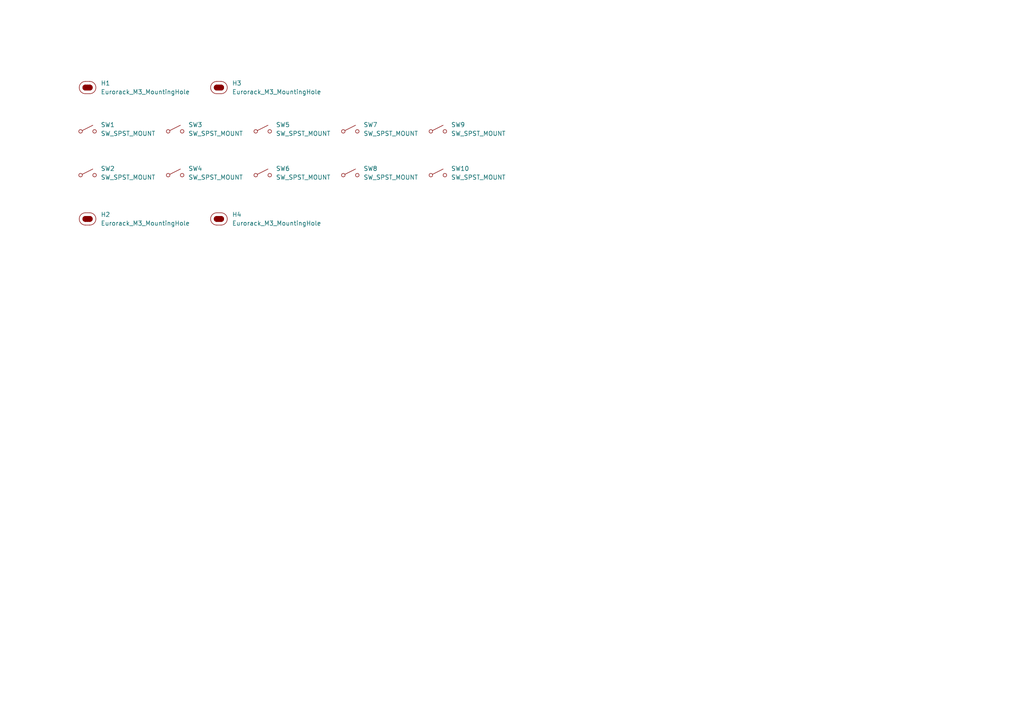
<source format=kicad_sch>
(kicad_sch (version 20250114) (generator "eeschema") (generator_version "9.0")
  (paper "A4")
  (lib_symbols
    (symbol "EXC:Eurorack_M3_MountingHole" (pin_names (offset 1.016))
      (property "Reference" "H" (at 0 5.08 0))
      (property "Value" "Eurorack_M3_MountingHole" (at 0 3.175 0))
      (symbol "Eurorack_M3_MountingHole_0_1"
        (polyline (pts (xy -0.635 0.762) (xy 0.635 0.762)))
        (circle (center -0.635 0) (radius 0.762) (fill (type outline)))
        (arc (start -0.635 -0.762) (mid -1.397 0) (end -0.635 0.762))
        (arc (start -0.635 -1.778) (mid -2.413 0) (end -0.635 1.778))
        (polyline (pts (xy -0.635 -0.762) (xy 0.635 -0.762)))
        (polyline (pts (xy -0.635 -1.778) (xy 0.635 -1.778)))
        (circle (center 0 0) (radius 0.762) (fill (type outline)))
        (polyline (pts (xy 0.635 1.778) (xy -0.635 1.778)))
        (arc (start 0.6141 1.778) (mid 2.4131 0) (end 0.6141 -1.778))
        (arc (start 0.6227 0.762) (mid 1.3971 0) (end 0.6227 -0.762))
        (circle (center 0.635 0) (radius 0.762) (fill (type outline)))
      )
    )
    (symbol "EXC:SW_SPST-Cherry_Panel_Mount" (pin_names (offset 0) (hide yes))
      (property "Reference" "SW" (at 0 3.175 0))
      (property "Value" "SW_SPST_MOUNT" (at 0 -2.032 0))
      (symbol "SW_SPST-Cherry_Panel_Mount_0_0"
        (circle (center -2.032 0) (radius 0.508))
        (polyline (pts (xy -1.524 0.254) (xy 1.524 1.778)))
        (circle (center 2.032 0) (radius 0.508))
      )
    )
  )
  (symbol (lib_id "EXC:SW_SPST-Cherry_Panel_Mount") (at 25.4 50.8 0) (unit 1)
    (property "Reference" "SW2" (at 29.21 48.8949 0) (effects (justify left)))
    (property "Value" "SW_SPST_MOUNT" (at 29.21 51.4349 0) (effects (justify left)))
    (property "Footprint" "EXC:SW_Cherry_MX_1.00u_Mount" (effects (hide yes)))
    (property "Datasheet" "https://hirosarts.com/blog/keycap-dimensions-guide-for-beginners/" (effects (hide yes)))
    (property "Description" "Single Pole Single Throw (SPST) panel-mount switch" (effects (hide yes)))
    (property "Source" "https://www.adafruit.com/product/4954" (effects (hide yes)))
  )
  (symbol (lib_id "EXC:SW_SPST-Cherry_Panel_Mount") (at 101.6 50.8 0) (unit 1)
    (property "Reference" "SW8" (at 105.41 48.8949 0) (effects (justify left)))
    (property "Value" "SW_SPST_MOUNT" (at 105.41 51.4349 0) (effects (justify left)))
    (property "Footprint" "EXC:SW_Cherry_MX_1.00u_Mount" (effects (hide yes)))
    (property "Datasheet" "https://hirosarts.com/blog/keycap-dimensions-guide-for-beginners/" (effects (hide yes)))
    (property "Description" "Single Pole Single Throw (SPST) panel-mount switch" (effects (hide yes)))
    (property "Source" "https://www.adafruit.com/product/4954" (effects (hide yes)))
  )
  (symbol (lib_id "EXC:SW_SPST-Cherry_Panel_Mount") (at 127 50.8 0) (unit 1)
    (property "Reference" "SW10" (at 130.81 48.8949 0) (effects (justify left)))
    (property "Value" "SW_SPST_MOUNT" (at 130.81 51.4349 0) (effects (justify left)))
    (property "Footprint" "EXC:SW_Cherry_MX_1.00u_Mount" (effects (hide yes)))
    (property "Datasheet" "https://hirosarts.com/blog/keycap-dimensions-guide-for-beginners/" (effects (hide yes)))
    (property "Description" "Single Pole Single Throw (SPST) panel-mount switch" (effects (hide yes)))
    (property "Source" "https://www.adafruit.com/product/4954" (effects (hide yes)))
  )
  (symbol (lib_id "EXC:Eurorack_M3_MountingHole") (at 25.4 63.5 0) (unit 1)
    (property "Reference" "H2" (at 29.21 62.2299 0) (effects (justify left)))
    (property "Value" "Eurorack_M3_MountingHole" (at 29.21 64.7699 0) (effects (justify left)))
    (property "Footprint" "EXC:MountingHole_3.2mm_M3" (effects (hide yes)))
    (property "Description" "Mounting Hole without connection" (effects (hide yes)))
  )
  (symbol (lib_id "EXC:SW_SPST-Cherry_Panel_Mount") (at 25.4 38.1 0) (unit 1)
    (property "Reference" "SW1" (at 29.21 36.1949 0) (effects (justify left)))
    (property "Value" "SW_SPST_MOUNT" (at 29.21 38.7349 0) (effects (justify left)))
    (property "Footprint" "EXC:SW_Cherry_MX_1.00u_Mount" (effects (hide yes)))
    (property "Datasheet" "https://hirosarts.com/blog/keycap-dimensions-guide-for-beginners/" (effects (hide yes)))
    (property "Description" "Single Pole Single Throw (SPST) panel-mount switch" (effects (hide yes)))
    (property "Source" "https://www.adafruit.com/product/4954" (effects (hide yes)))
  )
  (symbol (lib_id "EXC:SW_SPST-Cherry_Panel_Mount") (at 127 38.1 0) (unit 1)
    (property "Reference" "SW9" (at 130.81 36.1949 0) (effects (justify left)))
    (property "Value" "SW_SPST_MOUNT" (at 130.81 38.7349 0) (effects (justify left)))
    (property "Footprint" "EXC:SW_Cherry_MX_1.00u_Mount" (effects (hide yes)))
    (property "Datasheet" "https://hirosarts.com/blog/keycap-dimensions-guide-for-beginners/" (effects (hide yes)))
    (property "Description" "Single Pole Single Throw (SPST) panel-mount switch" (effects (hide yes)))
    (property "Source" "https://www.adafruit.com/product/4954" (effects (hide yes)))
  )
  (symbol (lib_id "EXC:Eurorack_M3_MountingHole") (at 63.5 63.5 0) (unit 1)
    (property "Reference" "H4" (at 67.31 62.2299 0) (effects (justify left)))
    (property "Value" "Eurorack_M3_MountingHole" (at 67.31 64.7699 0) (effects (justify left)))
    (property "Footprint" "EXC:MountingHole_3.2mm_M3" (effects (hide yes)))
    (property "Description" "Mounting Hole without connection" (effects (hide yes)))
  )
  (symbol (lib_id "EXC:SW_SPST-Cherry_Panel_Mount") (at 76.2 38.1 0) (unit 1)
    (property "Reference" "SW5" (at 80.01 36.1949 0) (effects (justify left)))
    (property "Value" "SW_SPST_MOUNT" (at 80.01 38.7349 0) (effects (justify left)))
    (property "Footprint" "EXC:SW_Cherry_MX_1.00u_Mount" (effects (hide yes)))
    (property "Datasheet" "https://hirosarts.com/blog/keycap-dimensions-guide-for-beginners/" (effects (hide yes)))
    (property "Description" "Single Pole Single Throw (SPST) panel-mount switch" (effects (hide yes)))
    (property "Source" "https://www.adafruit.com/product/4954" (effects (hide yes)))
  )
  (symbol (lib_id "EXC:Eurorack_M3_MountingHole") (at 25.4 25.4 0) (unit 1)
    (property "Reference" "H1" (at 29.21 24.1299 0) (effects (justify left)))
    (property "Value" "Eurorack_M3_MountingHole" (at 29.21 26.6699 0) (effects (justify left)))
    (property "Footprint" "EXC:MountingHole_3.2mm_M3" (effects (hide yes)))
    (property "Description" "Mounting Hole without connection" (effects (hide yes)))
  )
  (symbol (lib_id "EXC:SW_SPST-Cherry_Panel_Mount") (at 50.8 38.1 0) (unit 1)
    (property "Reference" "SW3" (at 54.61 36.1949 0) (effects (justify left)))
    (property "Value" "SW_SPST_MOUNT" (at 54.61 38.7349 0) (effects (justify left)))
    (property "Footprint" "EXC:SW_Cherry_MX_1.00u_Mount" (effects (hide yes)))
    (property "Datasheet" "https://hirosarts.com/blog/keycap-dimensions-guide-for-beginners/" (effects (hide yes)))
    (property "Description" "Single Pole Single Throw (SPST) panel-mount switch" (effects (hide yes)))
    (property "Source" "https://www.adafruit.com/product/4954" (effects (hide yes)))
  )
  (symbol (lib_id "EXC:Eurorack_M3_MountingHole") (at 63.5 25.4 0) (unit 1)
    (property "Reference" "H3" (at 67.31 24.1299 0) (effects (justify left)))
    (property "Value" "Eurorack_M3_MountingHole" (at 67.31 26.6699 0) (effects (justify left)))
    (property "Footprint" "EXC:MountingHole_3.2mm_M3" (effects (hide yes)))
    (property "Description" "Mounting Hole without connection" (effects (hide yes)))
  )
  (symbol (lib_id "EXC:SW_SPST-Cherry_Panel_Mount") (at 76.2 50.8 0) (unit 1)
    (property "Reference" "SW6" (at 80.01 48.8949 0) (effects (justify left)))
    (property "Value" "SW_SPST_MOUNT" (at 80.01 51.4349 0) (effects (justify left)))
    (property "Footprint" "EXC:SW_Cherry_MX_1.00u_Mount" (effects (hide yes)))
    (property "Datasheet" "https://hirosarts.com/blog/keycap-dimensions-guide-for-beginners/" (effects (hide yes)))
    (property "Description" "Single Pole Single Throw (SPST) panel-mount switch" (effects (hide yes)))
    (property "Source" "https://www.adafruit.com/product/4954" (effects (hide yes)))
  )
  (symbol (lib_id "EXC:SW_SPST-Cherry_Panel_Mount") (at 101.6 38.1 0) (unit 1)
    (property "Reference" "SW7" (at 105.41 36.1949 0) (effects (justify left)))
    (property "Value" "SW_SPST_MOUNT" (at 105.41 38.7349 0) (effects (justify left)))
    (property "Footprint" "EXC:SW_Cherry_MX_1.00u_Mount" (effects (hide yes)))
    (property "Datasheet" "https://hirosarts.com/blog/keycap-dimensions-guide-for-beginners/" (effects (hide yes)))
    (property "Description" "Single Pole Single Throw (SPST) panel-mount switch" (effects (hide yes)))
    (property "Source" "https://www.adafruit.com/product/4954" (effects (hide yes)))
  )
  (symbol (lib_id "EXC:SW_SPST-Cherry_Panel_Mount") (at 50.8 50.8 0) (unit 1)
    (property "Reference" "SW4" (at 54.61 48.8949 0) (effects (justify left)))
    (property "Value" "SW_SPST_MOUNT" (at 54.61 51.4349 0) (effects (justify left)))
    (property "Footprint" "EXC:SW_Cherry_MX_1.00u_Mount" (effects (hide yes)))
    (property "Datasheet" "https://hirosarts.com/blog/keycap-dimensions-guide-for-beginners/" (effects (hide yes)))
    (property "Description" "Single Pole Single Throw (SPST) panel-mount switch" (effects (hide yes)))
    (property "Source" "https://www.adafruit.com/product/4954" (effects (hide yes)))
  )
)
</source>
